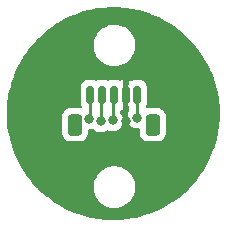
<source format=gbr>
%TF.GenerationSoftware,KiCad,Pcbnew,(6.0.0)*%
%TF.CreationDate,2022-07-24T21:51:42-05:00*%
%TF.ProjectId,5PinSHto5PinSh,3550696e-5348-4746-9f35-50696e53682e,rev?*%
%TF.SameCoordinates,Original*%
%TF.FileFunction,Copper,L1,Top*%
%TF.FilePolarity,Positive*%
%FSLAX46Y46*%
G04 Gerber Fmt 4.6, Leading zero omitted, Abs format (unit mm)*
G04 Created by KiCad (PCBNEW (6.0.0)) date 2022-07-24 21:51:42*
%MOMM*%
%LPD*%
G01*
G04 APERTURE LIST*
G04 Aperture macros list*
%AMRoundRect*
0 Rectangle with rounded corners*
0 $1 Rounding radius*
0 $2 $3 $4 $5 $6 $7 $8 $9 X,Y pos of 4 corners*
0 Add a 4 corners polygon primitive as box body*
4,1,4,$2,$3,$4,$5,$6,$7,$8,$9,$2,$3,0*
0 Add four circle primitives for the rounded corners*
1,1,$1+$1,$2,$3*
1,1,$1+$1,$4,$5*
1,1,$1+$1,$6,$7*
1,1,$1+$1,$8,$9*
0 Add four rect primitives between the rounded corners*
20,1,$1+$1,$2,$3,$4,$5,0*
20,1,$1+$1,$4,$5,$6,$7,0*
20,1,$1+$1,$6,$7,$8,$9,0*
20,1,$1+$1,$8,$9,$2,$3,0*%
G04 Aperture macros list end*
%TA.AperFunction,SMDPad,CuDef*%
%ADD10RoundRect,0.150000X0.150000X0.625000X-0.150000X0.625000X-0.150000X-0.625000X0.150000X-0.625000X0*%
%TD*%
%TA.AperFunction,SMDPad,CuDef*%
%ADD11RoundRect,0.250000X0.350000X0.650000X-0.350000X0.650000X-0.350000X-0.650000X0.350000X-0.650000X0*%
%TD*%
%TA.AperFunction,ViaPad*%
%ADD12C,0.800000*%
%TD*%
%TA.AperFunction,Conductor*%
%ADD13C,0.250000*%
%TD*%
G04 APERTURE END LIST*
D10*
%TO.P,J1,1,Pin_1*%
%TO.N,+3V3*%
X146940000Y-107205000D03*
%TO.P,J1,2,Pin_2*%
%TO.N,GND*%
X145940000Y-107205000D03*
%TO.P,J1,3,Pin_3*%
%TO.N,SWCLK*%
X144940000Y-107205000D03*
%TO.P,J1,4,Pin_4*%
%TO.N,SWDIO*%
X143940000Y-107205000D03*
%TO.P,J1,5,Pin_5*%
%TO.N,RESET*%
X142940000Y-107205000D03*
D11*
%TO.P,J1,MP*%
%TO.N,N/C*%
X148240000Y-109730000D03*
X141640000Y-109730000D03*
%TD*%
D12*
%TO.N,+3V3*%
X146940000Y-109110000D03*
%TO.N,GND*%
X145972758Y-109361886D03*
%TO.N,SWCLK*%
X144840000Y-109350000D03*
%TO.N,SWDIO*%
X143830000Y-109440000D03*
%TO.N,RESET*%
X142856329Y-109214234D03*
%TD*%
D13*
%TO.N,+3V3*%
X146940000Y-109110000D02*
X146940000Y-107205000D01*
%TO.N,GND*%
X145940000Y-107205000D02*
X145972758Y-107237758D01*
X145972758Y-107237758D02*
X145972758Y-109361886D01*
%TO.N,SWCLK*%
X144840000Y-107305000D02*
X144940000Y-107205000D01*
X144840000Y-109350000D02*
X144840000Y-107305000D01*
%TO.N,SWDIO*%
X143830000Y-107315000D02*
X143940000Y-107205000D01*
X143830000Y-109440000D02*
X143830000Y-107315000D01*
%TO.N,RESET*%
X142940000Y-109130563D02*
X142856329Y-109214234D01*
X142940000Y-107205000D02*
X142940000Y-109130563D01*
%TD*%
%TA.AperFunction,Conductor*%
%TO.N,GND*%
G36*
X144982317Y-99769273D02*
G01*
X145304813Y-99773213D01*
X145313160Y-99773592D01*
X145900849Y-99819845D01*
X145909152Y-99820777D01*
X146063772Y-99843333D01*
X146492468Y-99905873D01*
X146500665Y-99907348D01*
X147042821Y-100023575D01*
X147077095Y-100030923D01*
X147085202Y-100032945D01*
X147652133Y-100194440D01*
X147660088Y-100196994D01*
X147941795Y-100297859D01*
X148215080Y-100395709D01*
X148222838Y-100398781D01*
X148763458Y-100633851D01*
X148771005Y-100637434D01*
X149294838Y-100907804D01*
X149302131Y-100911880D01*
X149806902Y-101216377D01*
X149813909Y-101220928D01*
X150297374Y-101558197D01*
X150304062Y-101563200D01*
X150474644Y-101699862D01*
X150764133Y-101931787D01*
X150770476Y-101937224D01*
X151204813Y-102335219D01*
X151205093Y-102335476D01*
X151211063Y-102341322D01*
X151618332Y-102767506D01*
X151623901Y-102773734D01*
X151903103Y-103107655D01*
X152002037Y-103225979D01*
X152007181Y-103232563D01*
X152354515Y-103708877D01*
X152359211Y-103715788D01*
X152472510Y-103895009D01*
X152610427Y-104113171D01*
X152674203Y-104214055D01*
X152678426Y-104221253D01*
X152931528Y-104687408D01*
X152959717Y-104739325D01*
X152963456Y-104746791D01*
X152968841Y-104758500D01*
X153209785Y-105282351D01*
X153213023Y-105290053D01*
X153423322Y-105840770D01*
X153426042Y-105848670D01*
X153599374Y-106412098D01*
X153601564Y-106420160D01*
X153737181Y-106993855D01*
X153738833Y-107002046D01*
X153836126Y-107583452D01*
X153837231Y-107591734D01*
X153895779Y-108178309D01*
X153896333Y-108186645D01*
X153915897Y-108776384D01*
X153915928Y-108783640D01*
X153907792Y-109116565D01*
X153905342Y-109216800D01*
X153904957Y-109224036D01*
X153858200Y-109792749D01*
X153856609Y-109812104D01*
X153855649Y-109820404D01*
X153768515Y-110403426D01*
X153767007Y-110411644D01*
X153641425Y-110987617D01*
X153639375Y-110995717D01*
X153475900Y-111562089D01*
X153473318Y-111570035D01*
X153292430Y-112069735D01*
X153272667Y-112124329D01*
X153269564Y-112132087D01*
X153032615Y-112671869D01*
X153029015Y-112679383D01*
X152756797Y-113202312D01*
X152752722Y-113209545D01*
X152551229Y-113540941D01*
X152446451Y-113713270D01*
X152441876Y-113720261D01*
X152102912Y-114202557D01*
X152097884Y-114209229D01*
X151954496Y-114386932D01*
X151761144Y-114626557D01*
X151727702Y-114668002D01*
X151722248Y-114674320D01*
X151567802Y-114841692D01*
X151322477Y-115107548D01*
X151316611Y-115113497D01*
X151269390Y-115158308D01*
X150930181Y-115480206D01*
X150889000Y-115519285D01*
X150882752Y-115524832D01*
X150429196Y-115901381D01*
X150422594Y-115906502D01*
X149945076Y-116252168D01*
X149938149Y-116256840D01*
X149874549Y-116296736D01*
X149482809Y-116542474D01*
X149438780Y-116570093D01*
X149431562Y-116574294D01*
X149396190Y-116593340D01*
X148912517Y-116853771D01*
X148905044Y-116857481D01*
X148368600Y-117101953D01*
X148360919Y-117105150D01*
X147863769Y-117293008D01*
X147809470Y-117313526D01*
X147801560Y-117316219D01*
X147237507Y-117487591D01*
X147229437Y-117489753D01*
X146655293Y-117623360D01*
X146647097Y-117624983D01*
X146451100Y-117657079D01*
X146065337Y-117720250D01*
X146057072Y-117721324D01*
X145470282Y-117777825D01*
X145461951Y-117778350D01*
X145297938Y-117783217D01*
X144872693Y-117795838D01*
X144864338Y-117795808D01*
X144569801Y-117785008D01*
X144275253Y-117774207D01*
X144266939Y-117773627D01*
X143680531Y-117713027D01*
X143672277Y-117711897D01*
X143091199Y-117612571D01*
X143083013Y-117610891D01*
X142935448Y-117575464D01*
X142509794Y-117473274D01*
X142501756Y-117471059D01*
X141938916Y-117295754D01*
X141931039Y-117293011D01*
X141381055Y-117080789D01*
X141373382Y-117077532D01*
X140838663Y-116829325D01*
X140831205Y-116825557D01*
X140314144Y-116542474D01*
X140306952Y-116538221D01*
X139809778Y-116221486D01*
X139802884Y-116216766D01*
X139327787Y-115867773D01*
X139321221Y-115862606D01*
X139289474Y-115835873D01*
X138870294Y-115482890D01*
X138864092Y-115477305D01*
X138552866Y-115177805D01*
X138479969Y-115107655D01*
X143239858Y-115107655D01*
X143275104Y-115366638D01*
X143276412Y-115371124D01*
X143276412Y-115371126D01*
X143296098Y-115438664D01*
X143348243Y-115617567D01*
X143457668Y-115854928D01*
X143460231Y-115858837D01*
X143598410Y-116069596D01*
X143598414Y-116069601D01*
X143600976Y-116073509D01*
X143775018Y-116268506D01*
X143975970Y-116435637D01*
X143979973Y-116438066D01*
X144195422Y-116568804D01*
X144195426Y-116568806D01*
X144199419Y-116571229D01*
X144440455Y-116672303D01*
X144693783Y-116736641D01*
X144698434Y-116737109D01*
X144698438Y-116737110D01*
X144891308Y-116756531D01*
X144910867Y-116758500D01*
X145066354Y-116758500D01*
X145068679Y-116758327D01*
X145068685Y-116758327D01*
X145256000Y-116744407D01*
X145256004Y-116744406D01*
X145260652Y-116744061D01*
X145265200Y-116743032D01*
X145265206Y-116743031D01*
X145451601Y-116700853D01*
X145515577Y-116686377D01*
X145551769Y-116672303D01*
X145754824Y-116593340D01*
X145754827Y-116593339D01*
X145759177Y-116591647D01*
X145986098Y-116461951D01*
X146191357Y-116300138D01*
X146370443Y-116109763D01*
X146511451Y-115906502D01*
X146516759Y-115898851D01*
X146516761Y-115898848D01*
X146519424Y-115895009D01*
X146521492Y-115890816D01*
X146632960Y-115664781D01*
X146632961Y-115664778D01*
X146635025Y-115660593D01*
X146638167Y-115650779D01*
X146713280Y-115416123D01*
X146714707Y-115411665D01*
X146756721Y-115153693D01*
X146760142Y-114892345D01*
X146724896Y-114633362D01*
X146710473Y-114583877D01*
X146653068Y-114386932D01*
X146651757Y-114382433D01*
X146542332Y-114145072D01*
X146509519Y-114095024D01*
X146401590Y-113930404D01*
X146401586Y-113930399D01*
X146399024Y-113926491D01*
X146224982Y-113731494D01*
X146024030Y-113564363D01*
X145976844Y-113535730D01*
X145804578Y-113431196D01*
X145804574Y-113431194D01*
X145800581Y-113428771D01*
X145559545Y-113327697D01*
X145306217Y-113263359D01*
X145301566Y-113262891D01*
X145301562Y-113262890D01*
X145092271Y-113241816D01*
X145089133Y-113241500D01*
X144933646Y-113241500D01*
X144931321Y-113241673D01*
X144931315Y-113241673D01*
X144744000Y-113255593D01*
X144743996Y-113255594D01*
X144739348Y-113255939D01*
X144734800Y-113256968D01*
X144734794Y-113256969D01*
X144548399Y-113299147D01*
X144484423Y-113313623D01*
X144480071Y-113315315D01*
X144480069Y-113315316D01*
X144245176Y-113406660D01*
X144245173Y-113406661D01*
X144240823Y-113408353D01*
X144013902Y-113538049D01*
X143808643Y-113699862D01*
X143629557Y-113890237D01*
X143480576Y-114104991D01*
X143478510Y-114109181D01*
X143478508Y-114109184D01*
X143429172Y-114209229D01*
X143364975Y-114339407D01*
X143285293Y-114588335D01*
X143243279Y-114846307D01*
X143239858Y-115107655D01*
X138479969Y-115107655D01*
X138439326Y-115068543D01*
X138433530Y-115062583D01*
X138036760Y-114626539D01*
X138031360Y-114620194D01*
X137811547Y-114343852D01*
X137664376Y-114158832D01*
X137659399Y-114152130D01*
X137626759Y-114104991D01*
X137323813Y-113667482D01*
X137319290Y-113660463D01*
X137261776Y-113564363D01*
X137016565Y-113154646D01*
X137012514Y-113147339D01*
X136743965Y-112622548D01*
X136740408Y-112614988D01*
X136507241Y-112073580D01*
X136504192Y-112065801D01*
X136307411Y-111510108D01*
X136304885Y-111502144D01*
X136145368Y-110934646D01*
X136143375Y-110926532D01*
X136129035Y-110858483D01*
X136038824Y-110430400D01*
X140531500Y-110430400D01*
X140542474Y-110536166D01*
X140598450Y-110703946D01*
X140691522Y-110854348D01*
X140816697Y-110979305D01*
X140822927Y-110983145D01*
X140822928Y-110983146D01*
X140960090Y-111067694D01*
X140967262Y-111072115D01*
X141047005Y-111098564D01*
X141128611Y-111125632D01*
X141128613Y-111125632D01*
X141135139Y-111127797D01*
X141141975Y-111128497D01*
X141141978Y-111128498D01*
X141185031Y-111132909D01*
X141239600Y-111138500D01*
X142040400Y-111138500D01*
X142043646Y-111138163D01*
X142043650Y-111138163D01*
X142139308Y-111128238D01*
X142139312Y-111128237D01*
X142146166Y-111127526D01*
X142152702Y-111125345D01*
X142152704Y-111125345D01*
X142284806Y-111081272D01*
X142313946Y-111071550D01*
X142464348Y-110978478D01*
X142589305Y-110853303D01*
X142682115Y-110702738D01*
X142737797Y-110534861D01*
X142748500Y-110430400D01*
X142748500Y-110248734D01*
X142768502Y-110180613D01*
X142822158Y-110134120D01*
X142874500Y-110122734D01*
X142951816Y-110122734D01*
X142958268Y-110121362D01*
X142958273Y-110121362D01*
X143109280Y-110089264D01*
X143180071Y-110094666D01*
X143217497Y-110117478D01*
X143218747Y-110118866D01*
X143224086Y-110122745D01*
X143356286Y-110218794D01*
X143373248Y-110231118D01*
X143379276Y-110233802D01*
X143379278Y-110233803D01*
X143434749Y-110258500D01*
X143547712Y-110308794D01*
X143641113Y-110328647D01*
X143728056Y-110347128D01*
X143728061Y-110347128D01*
X143734513Y-110348500D01*
X143925487Y-110348500D01*
X143931939Y-110347128D01*
X143931944Y-110347128D01*
X144018887Y-110328647D01*
X144112288Y-110308794D01*
X144225251Y-110258500D01*
X144280722Y-110233803D01*
X144280724Y-110233802D01*
X144286752Y-110231118D01*
X144301826Y-110220166D01*
X144341371Y-110191435D01*
X144408239Y-110167576D01*
X144466678Y-110178263D01*
X144557712Y-110218794D01*
X144597433Y-110227237D01*
X144738056Y-110257128D01*
X144738061Y-110257128D01*
X144744513Y-110258500D01*
X144935487Y-110258500D01*
X144941939Y-110257128D01*
X144941944Y-110257128D01*
X145028887Y-110238647D01*
X145122288Y-110218794D01*
X145183738Y-110191435D01*
X145290722Y-110143803D01*
X145290724Y-110143802D01*
X145296752Y-110141118D01*
X145451253Y-110028866D01*
X145579040Y-109886944D01*
X145674527Y-109721556D01*
X145733542Y-109539928D01*
X145753504Y-109350000D01*
X145748241Y-109299928D01*
X145734232Y-109166635D01*
X145734232Y-109166633D01*
X145733542Y-109160072D01*
X145717272Y-109110000D01*
X146026496Y-109110000D01*
X146027186Y-109116565D01*
X146038483Y-109224046D01*
X146046458Y-109299928D01*
X146105473Y-109481556D01*
X146200960Y-109646944D01*
X146205378Y-109651851D01*
X146205379Y-109651852D01*
X146324325Y-109783955D01*
X146328747Y-109788866D01*
X146483248Y-109901118D01*
X146489276Y-109903802D01*
X146489278Y-109903803D01*
X146651681Y-109976109D01*
X146657712Y-109978794D01*
X146751112Y-109998647D01*
X146838056Y-110017128D01*
X146838061Y-110017128D01*
X146844513Y-110018500D01*
X147005500Y-110018500D01*
X147073621Y-110038502D01*
X147120114Y-110092158D01*
X147131500Y-110144500D01*
X147131500Y-110430400D01*
X147142474Y-110536166D01*
X147198450Y-110703946D01*
X147291522Y-110854348D01*
X147416697Y-110979305D01*
X147422927Y-110983145D01*
X147422928Y-110983146D01*
X147560090Y-111067694D01*
X147567262Y-111072115D01*
X147647005Y-111098564D01*
X147728611Y-111125632D01*
X147728613Y-111125632D01*
X147735139Y-111127797D01*
X147741975Y-111128497D01*
X147741978Y-111128498D01*
X147785031Y-111132909D01*
X147839600Y-111138500D01*
X148640400Y-111138500D01*
X148643646Y-111138163D01*
X148643650Y-111138163D01*
X148739308Y-111128238D01*
X148739312Y-111128237D01*
X148746166Y-111127526D01*
X148752702Y-111125345D01*
X148752704Y-111125345D01*
X148884806Y-111081272D01*
X148913946Y-111071550D01*
X149064348Y-110978478D01*
X149189305Y-110853303D01*
X149282115Y-110702738D01*
X149337797Y-110534861D01*
X149348500Y-110430400D01*
X149348500Y-109029600D01*
X149348163Y-109026350D01*
X149338238Y-108930692D01*
X149338237Y-108930688D01*
X149337526Y-108923834D01*
X149334177Y-108913794D01*
X149283868Y-108763002D01*
X149281550Y-108756054D01*
X149188478Y-108605652D01*
X149063303Y-108480695D01*
X149057072Y-108476854D01*
X148918968Y-108391725D01*
X148918966Y-108391724D01*
X148912738Y-108387885D01*
X148752254Y-108334655D01*
X148751389Y-108334368D01*
X148751387Y-108334368D01*
X148744861Y-108332203D01*
X148738025Y-108331503D01*
X148738022Y-108331502D01*
X148694969Y-108327091D01*
X148640400Y-108321500D01*
X147839600Y-108321500D01*
X147795144Y-108326113D01*
X147725325Y-108313249D01*
X147673542Y-108264678D01*
X147656239Y-108195823D01*
X147673686Y-108136649D01*
X147699145Y-108093601D01*
X147701356Y-108085990D01*
X147701357Y-108085988D01*
X147737130Y-107962855D01*
X147745562Y-107933831D01*
X147748500Y-107896502D01*
X147748500Y-106513498D01*
X147745562Y-106476169D01*
X147701357Y-106324011D01*
X147701356Y-106324010D01*
X147699145Y-106316399D01*
X147630463Y-106200264D01*
X147618491Y-106180020D01*
X147618489Y-106180017D01*
X147614453Y-106173193D01*
X147496807Y-106055547D01*
X147489983Y-106051511D01*
X147489980Y-106051509D01*
X147360427Y-105974892D01*
X147360425Y-105974891D01*
X147353601Y-105970855D01*
X147345990Y-105968644D01*
X147345988Y-105968643D01*
X147258142Y-105943122D01*
X147193831Y-105924438D01*
X147187426Y-105923934D01*
X147187421Y-105923933D01*
X147158958Y-105921693D01*
X147158950Y-105921693D01*
X147156502Y-105921500D01*
X146723498Y-105921500D01*
X146721050Y-105921693D01*
X146721042Y-105921693D01*
X146692579Y-105923933D01*
X146692574Y-105923934D01*
X146686169Y-105924438D01*
X146621858Y-105943122D01*
X146534012Y-105968643D01*
X146534010Y-105968644D01*
X146526399Y-105970855D01*
X146503649Y-105984310D01*
X146434835Y-106001770D01*
X146375370Y-105984311D01*
X146360221Y-105975352D01*
X146345790Y-105969107D01*
X146211395Y-105930061D01*
X146197294Y-105930101D01*
X146194000Y-105937370D01*
X146194000Y-106262430D01*
X146183885Y-106311275D01*
X146180855Y-106316399D01*
X146178645Y-106324007D01*
X146178643Y-106324011D01*
X146178643Y-106324012D01*
X146134438Y-106476169D01*
X146131500Y-106513498D01*
X146131500Y-107896502D01*
X146134438Y-107933831D01*
X146142870Y-107962855D01*
X146178643Y-108085989D01*
X146178645Y-108085993D01*
X146180855Y-108093601D01*
X146183885Y-108098725D01*
X146194000Y-108147570D01*
X146194000Y-108466875D01*
X146201812Y-108493479D01*
X146201813Y-108564476D01*
X146190036Y-108591978D01*
X146105473Y-108738444D01*
X146046458Y-108920072D01*
X146045768Y-108926633D01*
X146045768Y-108926635D01*
X146040924Y-108972721D01*
X146026496Y-109110000D01*
X145717272Y-109110000D01*
X145674527Y-108978444D01*
X145579040Y-108813056D01*
X145505863Y-108731785D01*
X145475147Y-108667779D01*
X145473500Y-108647476D01*
X145473500Y-108591072D01*
X145493502Y-108522951D01*
X145547158Y-108476458D01*
X145617432Y-108466354D01*
X145634654Y-108470075D01*
X145668605Y-108479939D01*
X145682706Y-108479899D01*
X145686000Y-108472630D01*
X145686000Y-108147570D01*
X145696115Y-108098725D01*
X145699145Y-108093601D01*
X145701355Y-108085993D01*
X145701357Y-108085989D01*
X145737130Y-107962855D01*
X145745562Y-107933831D01*
X145748500Y-107896502D01*
X145748500Y-106513498D01*
X145745562Y-106476169D01*
X145701357Y-106324012D01*
X145701357Y-106324011D01*
X145701355Y-106324007D01*
X145699145Y-106316399D01*
X145696115Y-106311275D01*
X145686000Y-106262430D01*
X145686000Y-105943122D01*
X145682027Y-105929591D01*
X145674129Y-105928456D01*
X145534210Y-105969107D01*
X145519779Y-105975352D01*
X145504630Y-105984311D01*
X145435814Y-106001770D01*
X145376352Y-105984310D01*
X145353601Y-105970855D01*
X145345990Y-105968644D01*
X145345988Y-105968643D01*
X145258142Y-105943122D01*
X145193831Y-105924438D01*
X145187426Y-105923934D01*
X145187421Y-105923933D01*
X145158958Y-105921693D01*
X145158950Y-105921693D01*
X145156502Y-105921500D01*
X144723498Y-105921500D01*
X144721050Y-105921693D01*
X144721042Y-105921693D01*
X144692579Y-105923933D01*
X144692574Y-105923934D01*
X144686169Y-105924438D01*
X144621858Y-105943122D01*
X144534012Y-105968643D01*
X144534010Y-105968644D01*
X144526399Y-105970855D01*
X144519576Y-105974890D01*
X144519574Y-105974891D01*
X144504137Y-105984020D01*
X144435321Y-106001478D01*
X144375863Y-105984020D01*
X144360426Y-105974891D01*
X144360424Y-105974890D01*
X144353601Y-105970855D01*
X144345990Y-105968644D01*
X144345988Y-105968643D01*
X144258142Y-105943122D01*
X144193831Y-105924438D01*
X144187426Y-105923934D01*
X144187421Y-105923933D01*
X144158958Y-105921693D01*
X144158950Y-105921693D01*
X144156502Y-105921500D01*
X143723498Y-105921500D01*
X143721050Y-105921693D01*
X143721042Y-105921693D01*
X143692579Y-105923933D01*
X143692574Y-105923934D01*
X143686169Y-105924438D01*
X143621858Y-105943122D01*
X143534012Y-105968643D01*
X143534010Y-105968644D01*
X143526399Y-105970855D01*
X143519576Y-105974890D01*
X143519574Y-105974891D01*
X143504137Y-105984020D01*
X143435321Y-106001478D01*
X143375863Y-105984020D01*
X143360426Y-105974891D01*
X143360424Y-105974890D01*
X143353601Y-105970855D01*
X143345990Y-105968644D01*
X143345988Y-105968643D01*
X143258142Y-105943122D01*
X143193831Y-105924438D01*
X143187426Y-105923934D01*
X143187421Y-105923933D01*
X143158958Y-105921693D01*
X143158950Y-105921693D01*
X143156502Y-105921500D01*
X142723498Y-105921500D01*
X142721050Y-105921693D01*
X142721042Y-105921693D01*
X142692579Y-105923933D01*
X142692574Y-105923934D01*
X142686169Y-105924438D01*
X142621858Y-105943122D01*
X142534012Y-105968643D01*
X142534010Y-105968644D01*
X142526399Y-105970855D01*
X142519575Y-105974891D01*
X142519573Y-105974892D01*
X142390020Y-106051509D01*
X142390017Y-106051511D01*
X142383193Y-106055547D01*
X142265547Y-106173193D01*
X142261511Y-106180017D01*
X142261509Y-106180020D01*
X142249537Y-106200264D01*
X142180855Y-106316399D01*
X142178644Y-106324010D01*
X142178644Y-106324011D01*
X142134438Y-106476169D01*
X142131500Y-106513498D01*
X142131500Y-107896502D01*
X142134438Y-107933831D01*
X142142870Y-107962855D01*
X142178643Y-108085988D01*
X142178644Y-108085990D01*
X142180855Y-108093601D01*
X142184891Y-108100425D01*
X142206276Y-108136586D01*
X142223735Y-108205402D01*
X142201217Y-108272734D01*
X142145872Y-108317202D01*
X142084980Y-108326068D01*
X142040400Y-108321500D01*
X141239600Y-108321500D01*
X141236354Y-108321837D01*
X141236350Y-108321837D01*
X141140692Y-108331762D01*
X141140688Y-108331763D01*
X141133834Y-108332474D01*
X141127298Y-108334655D01*
X141127296Y-108334655D01*
X140995194Y-108378728D01*
X140966054Y-108388450D01*
X140815652Y-108481522D01*
X140690695Y-108606697D01*
X140686855Y-108612927D01*
X140686854Y-108612928D01*
X140609485Y-108738444D01*
X140597885Y-108757262D01*
X140542203Y-108925139D01*
X140531500Y-109029600D01*
X140531500Y-110430400D01*
X136038824Y-110430400D01*
X136021816Y-110349693D01*
X136020368Y-110341480D01*
X136015912Y-110310166D01*
X135937306Y-109757854D01*
X135936404Y-109749549D01*
X135892206Y-109161722D01*
X135891856Y-109153375D01*
X135886711Y-108563901D01*
X135886915Y-108555548D01*
X135920848Y-107967032D01*
X135921605Y-107958711D01*
X135924704Y-107933831D01*
X135994470Y-107373722D01*
X135995775Y-107365480D01*
X136107247Y-106786619D01*
X136109098Y-106778472D01*
X136205214Y-106412098D01*
X136258689Y-106208262D01*
X136261067Y-106200282D01*
X136448128Y-105641218D01*
X136451038Y-105633396D01*
X136674721Y-105088001D01*
X136678145Y-105080381D01*
X136843410Y-104743031D01*
X136937495Y-104550979D01*
X136941413Y-104543611D01*
X136962773Y-104506466D01*
X137235275Y-104032572D01*
X137239678Y-104025472D01*
X137566744Y-103535057D01*
X137571607Y-103528263D01*
X137801097Y-103229186D01*
X137894351Y-103107655D01*
X143239858Y-103107655D01*
X143275104Y-103366638D01*
X143276412Y-103371124D01*
X143276412Y-103371126D01*
X143296098Y-103438664D01*
X143348243Y-103617567D01*
X143457668Y-103854928D01*
X143460231Y-103858837D01*
X143598410Y-104069596D01*
X143598414Y-104069601D01*
X143600976Y-104073509D01*
X143775018Y-104268506D01*
X143975970Y-104435637D01*
X143979973Y-104438066D01*
X144195422Y-104568804D01*
X144195426Y-104568806D01*
X144199419Y-104571229D01*
X144440455Y-104672303D01*
X144693783Y-104736641D01*
X144698434Y-104737109D01*
X144698438Y-104737110D01*
X144891308Y-104756531D01*
X144910867Y-104758500D01*
X145066354Y-104758500D01*
X145068679Y-104758327D01*
X145068685Y-104758327D01*
X145256000Y-104744407D01*
X145256004Y-104744406D01*
X145260652Y-104744061D01*
X145265200Y-104743032D01*
X145265206Y-104743031D01*
X145451601Y-104700853D01*
X145515577Y-104686377D01*
X145551769Y-104672303D01*
X145754824Y-104593340D01*
X145754827Y-104593339D01*
X145759177Y-104591647D01*
X145986098Y-104461951D01*
X146191357Y-104300138D01*
X146370443Y-104109763D01*
X146519424Y-103895009D01*
X146635025Y-103660593D01*
X146714707Y-103411665D01*
X146756721Y-103153693D01*
X146760142Y-102892345D01*
X146724896Y-102633362D01*
X146710473Y-102583877D01*
X146653068Y-102386932D01*
X146651757Y-102382433D01*
X146542332Y-102145072D01*
X146406061Y-101937224D01*
X146401590Y-101930404D01*
X146401586Y-101930399D01*
X146399024Y-101926491D01*
X146224982Y-101731494D01*
X146024030Y-101564363D01*
X145857589Y-101463364D01*
X145804578Y-101431196D01*
X145804574Y-101431194D01*
X145800581Y-101428771D01*
X145559545Y-101327697D01*
X145306217Y-101263359D01*
X145301566Y-101262891D01*
X145301562Y-101262890D01*
X145092271Y-101241816D01*
X145089133Y-101241500D01*
X144933646Y-101241500D01*
X144931321Y-101241673D01*
X144931315Y-101241673D01*
X144744000Y-101255593D01*
X144743996Y-101255594D01*
X144739348Y-101255939D01*
X144734800Y-101256968D01*
X144734794Y-101256969D01*
X144548399Y-101299147D01*
X144484423Y-101313623D01*
X144480071Y-101315315D01*
X144480069Y-101315316D01*
X144245176Y-101406660D01*
X144245173Y-101406661D01*
X144240823Y-101408353D01*
X144013902Y-101538049D01*
X143808643Y-101699862D01*
X143629557Y-101890237D01*
X143480576Y-102104991D01*
X143364975Y-102339407D01*
X143363553Y-102343850D01*
X143363552Y-102343852D01*
X143351202Y-102382433D01*
X143285293Y-102588335D01*
X143243279Y-102846307D01*
X143239858Y-103107655D01*
X137894351Y-103107655D01*
X137930490Y-103060558D01*
X137935787Y-103054110D01*
X138073793Y-102897022D01*
X138324846Y-102611254D01*
X138330560Y-102605168D01*
X138351926Y-102583877D01*
X138601196Y-102335476D01*
X138748135Y-102189049D01*
X138754246Y-102183351D01*
X139198462Y-101795836D01*
X139204926Y-101790563D01*
X139673876Y-101433319D01*
X139680672Y-101428491D01*
X140172246Y-101103124D01*
X140179348Y-101098754D01*
X140691438Y-100806663D01*
X140698811Y-100802777D01*
X141229093Y-100545286D01*
X141236722Y-100541889D01*
X141596730Y-100395705D01*
X141782914Y-100320103D01*
X141790753Y-100317219D01*
X142350436Y-100132122D01*
X142358451Y-100129763D01*
X142740635Y-100030923D01*
X142929187Y-99982160D01*
X142937325Y-99980342D01*
X143516586Y-99870889D01*
X143524817Y-99869615D01*
X143850853Y-99830161D01*
X144110040Y-99798796D01*
X144118363Y-99798067D01*
X144621685Y-99770807D01*
X144707011Y-99766186D01*
X144715360Y-99766011D01*
X144982317Y-99769273D01*
G37*
%TD.AperFunction*%
%TD*%
M02*

</source>
